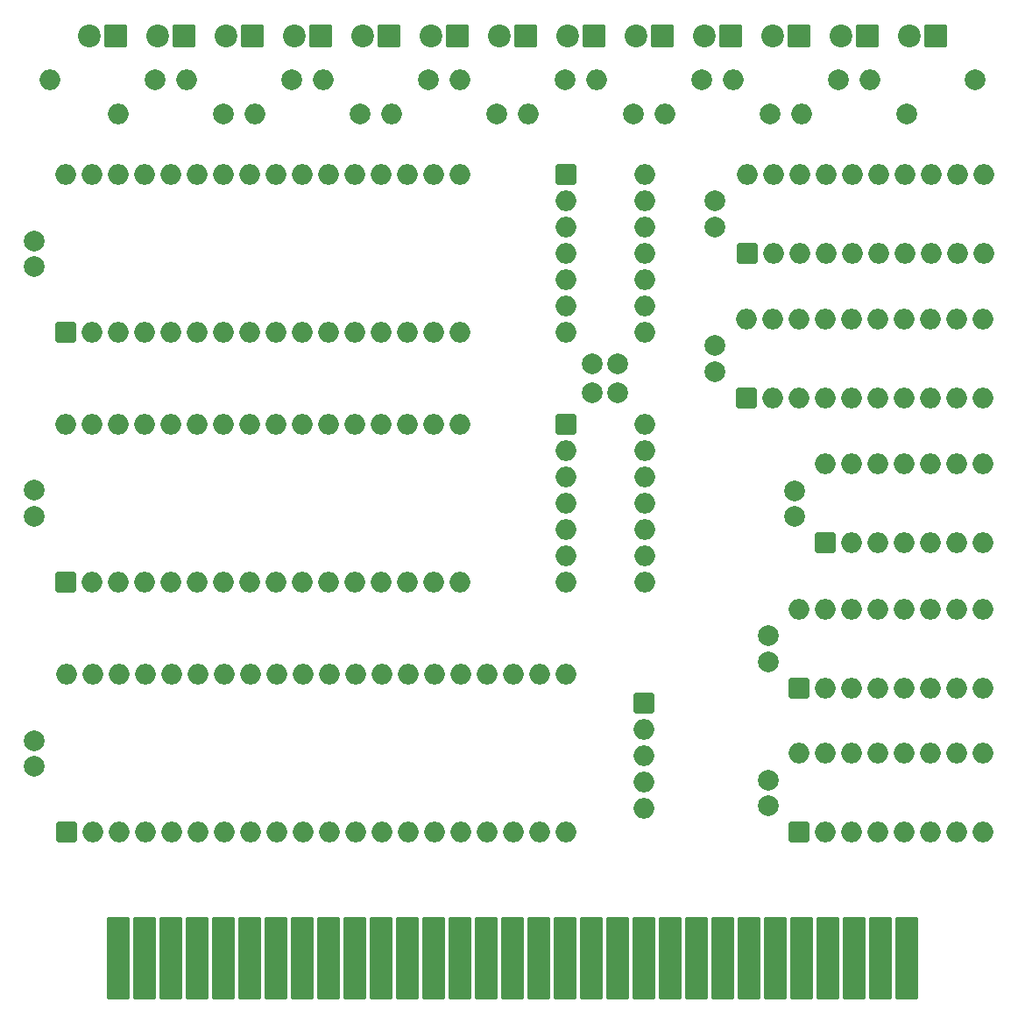
<source format=gbs>
G04 #@! TF.GenerationSoftware,KiCad,Pcbnew,(6.0.9)*
G04 #@! TF.CreationDate,2022-12-02T20:57:51-05:00*
G04 #@! TF.ProjectId,Part 4 - CPU and memory,50617274-2034-4202-9d20-43505520616e,1*
G04 #@! TF.SameCoordinates,Original*
G04 #@! TF.FileFunction,Soldermask,Bot*
G04 #@! TF.FilePolarity,Negative*
%FSLAX46Y46*%
G04 Gerber Fmt 4.6, Leading zero omitted, Abs format (unit mm)*
G04 Created by KiCad (PCBNEW (6.0.9)) date 2022-12-02 20:57:51*
%MOMM*%
%LPD*%
G01*
G04 APERTURE LIST*
G04 Aperture macros list*
%AMRoundRect*
0 Rectangle with rounded corners*
0 $1 Rounding radius*
0 $2 $3 $4 $5 $6 $7 $8 $9 X,Y pos of 4 corners*
0 Add a 4 corners polygon primitive as box body*
4,1,4,$2,$3,$4,$5,$6,$7,$8,$9,$2,$3,0*
0 Add four circle primitives for the rounded corners*
1,1,$1+$1,$2,$3*
1,1,$1+$1,$4,$5*
1,1,$1+$1,$6,$7*
1,1,$1+$1,$8,$9*
0 Add four rect primitives between the rounded corners*
20,1,$1+$1,$2,$3,$4,$5,0*
20,1,$1+$1,$4,$5,$6,$7,0*
20,1,$1+$1,$6,$7,$8,$9,0*
20,1,$1+$1,$8,$9,$2,$3,0*%
G04 Aperture macros list end*
%ADD10C,2.000000*%
%ADD11O,2.000000X2.000000*%
%ADD12RoundRect,0.200000X0.800000X-0.800000X0.800000X0.800000X-0.800000X0.800000X-0.800000X-0.800000X0*%
%ADD13RoundRect,0.200000X0.900000X0.900000X-0.900000X0.900000X-0.900000X-0.900000X0.900000X-0.900000X0*%
%ADD14C,2.200000*%
%ADD15RoundRect,0.200000X-0.800000X-0.800000X0.800000X-0.800000X0.800000X0.800000X-0.800000X0.800000X0*%
%ADD16RoundRect,0.200000X-0.890000X-3.810000X0.890000X-3.810000X0.890000X3.810000X-0.890000X3.810000X0*%
%ADD17RoundRect,0.200000X-0.800000X0.800000X-0.800000X-0.800000X0.800000X-0.800000X0.800000X0.800000X0*%
G04 APERTURE END LIST*
D10*
X151892000Y-51816000D03*
D11*
X141732000Y-51816000D03*
D12*
X90429000Y-124465000D03*
D11*
X92969000Y-124465000D03*
X95509000Y-124465000D03*
X98049000Y-124465000D03*
X100589000Y-124465000D03*
X103129000Y-124465000D03*
X105669000Y-124465000D03*
X108209000Y-124465000D03*
X110749000Y-124465000D03*
X113289000Y-124465000D03*
X115829000Y-124465000D03*
X118369000Y-124465000D03*
X120909000Y-124465000D03*
X123449000Y-124465000D03*
X125989000Y-124465000D03*
X128529000Y-124465000D03*
X131069000Y-124465000D03*
X133609000Y-124465000D03*
X136149000Y-124465000D03*
X138689000Y-124465000D03*
X138689000Y-109225000D03*
X136149000Y-109225000D03*
X133609000Y-109225000D03*
X131069000Y-109225000D03*
X128529000Y-109225000D03*
X125989000Y-109225000D03*
X123449000Y-109225000D03*
X120909000Y-109225000D03*
X118369000Y-109225000D03*
X115829000Y-109225000D03*
X113289000Y-109225000D03*
X110749000Y-109225000D03*
X108209000Y-109225000D03*
X105669000Y-109225000D03*
X103129000Y-109225000D03*
X100589000Y-109225000D03*
X98049000Y-109225000D03*
X95509000Y-109225000D03*
X92969000Y-109225000D03*
X90429000Y-109225000D03*
D10*
X87376000Y-67330000D03*
X87376000Y-69830000D03*
X105664000Y-55118000D03*
D11*
X95504000Y-55118000D03*
D10*
X153162000Y-77470000D03*
X153162000Y-79970000D03*
X87376000Y-118090000D03*
X87376000Y-115590000D03*
D13*
X115042000Y-47529000D03*
D14*
X112502000Y-47529000D03*
D10*
X125476000Y-51816000D03*
D11*
X115316000Y-51816000D03*
D10*
X143744000Y-82042000D03*
X141244000Y-82042000D03*
D12*
X156210000Y-82520000D03*
D11*
X158750000Y-82520000D03*
X161290000Y-82520000D03*
X163830000Y-82520000D03*
X166370000Y-82520000D03*
X168910000Y-82520000D03*
X171450000Y-82520000D03*
X173990000Y-82520000D03*
X176530000Y-82520000D03*
X179070000Y-82520000D03*
X179070000Y-74900000D03*
X176530000Y-74900000D03*
X173990000Y-74900000D03*
X171450000Y-74900000D03*
X168910000Y-74900000D03*
X166370000Y-74900000D03*
X163830000Y-74900000D03*
X161290000Y-74900000D03*
X158750000Y-74900000D03*
X156210000Y-74900000D03*
D13*
X167874000Y-47529000D03*
D14*
X165334000Y-47529000D03*
D12*
X163830000Y-96520000D03*
D11*
X166370000Y-96520000D03*
X168910000Y-96520000D03*
X171450000Y-96520000D03*
X173990000Y-96520000D03*
X176530000Y-96520000D03*
X179070000Y-96520000D03*
X179070000Y-88900000D03*
X176530000Y-88900000D03*
X173990000Y-88900000D03*
X171450000Y-88900000D03*
X168910000Y-88900000D03*
X166370000Y-88900000D03*
X163830000Y-88900000D03*
D10*
X160787000Y-91470000D03*
X160787000Y-93970000D03*
D15*
X138694000Y-85085000D03*
D11*
X138694000Y-87625000D03*
X138694000Y-90165000D03*
X138694000Y-92705000D03*
X138694000Y-95245000D03*
X138694000Y-97785000D03*
X138694000Y-100325000D03*
X146314000Y-100325000D03*
X146314000Y-97785000D03*
X146314000Y-95245000D03*
X146314000Y-92705000D03*
X146314000Y-90165000D03*
X146314000Y-87625000D03*
X146314000Y-85085000D03*
D12*
X90424000Y-76205000D03*
D11*
X92964000Y-76205000D03*
X95504000Y-76205000D03*
X98044000Y-76205000D03*
X100584000Y-76205000D03*
X103124000Y-76205000D03*
X105664000Y-76205000D03*
X108204000Y-76205000D03*
X110744000Y-76205000D03*
X113284000Y-76205000D03*
X115824000Y-76205000D03*
X118364000Y-76205000D03*
X120904000Y-76205000D03*
X123444000Y-76205000D03*
X125984000Y-76205000D03*
X128524000Y-76205000D03*
X128524000Y-60965000D03*
X125984000Y-60965000D03*
X123444000Y-60965000D03*
X120904000Y-60965000D03*
X118364000Y-60965000D03*
X115824000Y-60965000D03*
X113284000Y-60965000D03*
X110744000Y-60965000D03*
X108204000Y-60965000D03*
X105664000Y-60965000D03*
X103124000Y-60965000D03*
X100584000Y-60965000D03*
X98044000Y-60965000D03*
X95504000Y-60965000D03*
X92964000Y-60965000D03*
X90424000Y-60965000D03*
D10*
X87376000Y-91440000D03*
X87376000Y-93940000D03*
D12*
X161290000Y-110520000D03*
D11*
X163830000Y-110520000D03*
X166370000Y-110520000D03*
X168910000Y-110520000D03*
X171450000Y-110520000D03*
X173990000Y-110520000D03*
X176530000Y-110520000D03*
X179070000Y-110520000D03*
X179070000Y-102900000D03*
X176530000Y-102900000D03*
X173990000Y-102900000D03*
X171450000Y-102900000D03*
X168910000Y-102900000D03*
X166370000Y-102900000D03*
X163830000Y-102900000D03*
X161290000Y-102900000D03*
D13*
X95230000Y-47529000D03*
D14*
X92690000Y-47529000D03*
D15*
X138694000Y-60955000D03*
D11*
X138694000Y-63495000D03*
X138694000Y-66035000D03*
X138694000Y-68575000D03*
X138694000Y-71115000D03*
X138694000Y-73655000D03*
X138694000Y-76195000D03*
X146314000Y-76195000D03*
X146314000Y-73655000D03*
X146314000Y-71115000D03*
X146314000Y-68575000D03*
X146314000Y-66035000D03*
X146314000Y-63495000D03*
X146314000Y-60955000D03*
D10*
X158252000Y-119410000D03*
X158252000Y-121910000D03*
D13*
X108438000Y-47529000D03*
D14*
X105898000Y-47529000D03*
D10*
X118872000Y-55118000D03*
D11*
X108712000Y-55118000D03*
D10*
X158252000Y-105470000D03*
X158252000Y-107970000D03*
D13*
X121646000Y-47529000D03*
D14*
X119106000Y-47529000D03*
D16*
X171704000Y-136612000D03*
X169164000Y-136612000D03*
X166624000Y-136612000D03*
X164084000Y-136612000D03*
X161544000Y-136612000D03*
X159004000Y-136612000D03*
X156464000Y-136612000D03*
X153924000Y-136612000D03*
X151384000Y-136612000D03*
X148844000Y-136612000D03*
X146304000Y-136612000D03*
X143764000Y-136612000D03*
X141224000Y-136612000D03*
X138684000Y-136612000D03*
X136144000Y-136612000D03*
X133604000Y-136612000D03*
X131064000Y-136612000D03*
X128524000Y-136612000D03*
X125984000Y-136612000D03*
X123444000Y-136612000D03*
X120904000Y-136612000D03*
X118364000Y-136612000D03*
X115824000Y-136612000D03*
X113284000Y-136612000D03*
X110744000Y-136612000D03*
X108204000Y-136612000D03*
X105664000Y-136612000D03*
X103124000Y-136612000D03*
X100584000Y-136612000D03*
X98044000Y-136612000D03*
X95504000Y-136612000D03*
D10*
X178308000Y-51816000D03*
D11*
X168148000Y-51816000D03*
D13*
X134854000Y-47529000D03*
D14*
X132314000Y-47529000D03*
D10*
X99060000Y-51816000D03*
D11*
X88900000Y-51816000D03*
D12*
X161290000Y-124460000D03*
D11*
X163830000Y-124460000D03*
X166370000Y-124460000D03*
X168910000Y-124460000D03*
X171450000Y-124460000D03*
X173990000Y-124460000D03*
X176530000Y-124460000D03*
X179070000Y-124460000D03*
X179070000Y-116840000D03*
X176530000Y-116840000D03*
X173990000Y-116840000D03*
X171450000Y-116840000D03*
X168910000Y-116840000D03*
X166370000Y-116840000D03*
X163830000Y-116840000D03*
X161290000Y-116840000D03*
D13*
X161270000Y-47529000D03*
D14*
X158730000Y-47529000D03*
D13*
X101834000Y-47529000D03*
D14*
X99294000Y-47529000D03*
D13*
X141458000Y-47529000D03*
D14*
X138918000Y-47529000D03*
D13*
X154666000Y-47529000D03*
D14*
X152126000Y-47529000D03*
D10*
X143744000Y-79248000D03*
X141244000Y-79248000D03*
D12*
X156215000Y-68550000D03*
D11*
X158755000Y-68550000D03*
X161295000Y-68550000D03*
X163835000Y-68550000D03*
X166375000Y-68550000D03*
X168915000Y-68550000D03*
X171455000Y-68550000D03*
X173995000Y-68550000D03*
X176535000Y-68550000D03*
X179075000Y-68550000D03*
X179075000Y-60930000D03*
X176535000Y-60930000D03*
X173995000Y-60930000D03*
X171455000Y-60930000D03*
X168915000Y-60930000D03*
X166375000Y-60930000D03*
X163835000Y-60930000D03*
X161295000Y-60930000D03*
X158755000Y-60930000D03*
X156215000Y-60930000D03*
D13*
X174478000Y-47529000D03*
D14*
X171938000Y-47529000D03*
D13*
X148062000Y-47529000D03*
D14*
X145522000Y-47529000D03*
D10*
X165100000Y-51816000D03*
D11*
X154940000Y-51816000D03*
D10*
X138684000Y-51816000D03*
D11*
X128524000Y-51816000D03*
D10*
X171704000Y-55118000D03*
D11*
X161544000Y-55118000D03*
D13*
X128250000Y-47529000D03*
D14*
X125710000Y-47529000D03*
D12*
X90424000Y-100310000D03*
D11*
X92964000Y-100310000D03*
X95504000Y-100310000D03*
X98044000Y-100310000D03*
X100584000Y-100310000D03*
X103124000Y-100310000D03*
X105664000Y-100310000D03*
X108204000Y-100310000D03*
X110744000Y-100310000D03*
X113284000Y-100310000D03*
X115824000Y-100310000D03*
X118364000Y-100310000D03*
X120904000Y-100310000D03*
X123444000Y-100310000D03*
X125984000Y-100310000D03*
X128524000Y-100310000D03*
X128524000Y-85070000D03*
X125984000Y-85070000D03*
X123444000Y-85070000D03*
X120904000Y-85070000D03*
X118364000Y-85070000D03*
X115824000Y-85070000D03*
X113284000Y-85070000D03*
X110744000Y-85070000D03*
X108204000Y-85070000D03*
X105664000Y-85070000D03*
X103124000Y-85070000D03*
X100584000Y-85070000D03*
X98044000Y-85070000D03*
X95504000Y-85070000D03*
X92964000Y-85070000D03*
X90424000Y-85070000D03*
D10*
X158496000Y-55118000D03*
D11*
X148336000Y-55118000D03*
D10*
X112268000Y-51816000D03*
D11*
X102108000Y-51816000D03*
D10*
X153162000Y-63500000D03*
X153162000Y-66000000D03*
X132080000Y-55118000D03*
D11*
X121920000Y-55118000D03*
D10*
X145288000Y-55118000D03*
D11*
X135128000Y-55118000D03*
D17*
X146304000Y-111974000D03*
D11*
X146304000Y-114514000D03*
X146304000Y-117054000D03*
X146304000Y-119594000D03*
X146304000Y-122134000D03*
M02*

</source>
